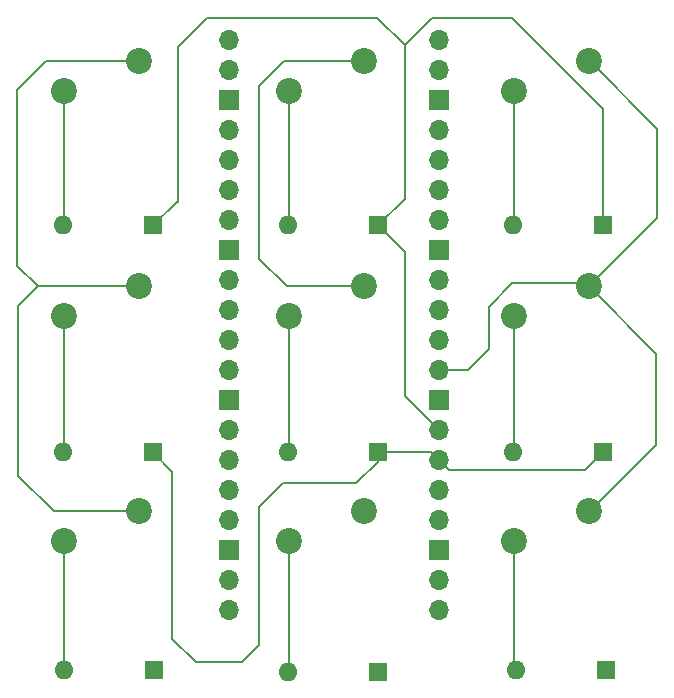
<source format=gbr>
%TF.GenerationSoftware,KiCad,Pcbnew,8.0.3*%
%TF.CreationDate,2024-08-31T16:39:54+01:00*%
%TF.ProjectId,macropad,6d616372-6f70-4616-942e-6b696361645f,rev?*%
%TF.SameCoordinates,Original*%
%TF.FileFunction,Copper,L1,Top*%
%TF.FilePolarity,Positive*%
%FSLAX46Y46*%
G04 Gerber Fmt 4.6, Leading zero omitted, Abs format (unit mm)*
G04 Created by KiCad (PCBNEW 8.0.3) date 2024-08-31 16:39:54*
%MOMM*%
%LPD*%
G01*
G04 APERTURE LIST*
%TA.AperFunction,ComponentPad*%
%ADD10C,2.200000*%
%TD*%
%TA.AperFunction,ComponentPad*%
%ADD11R,1.600000X1.600000*%
%TD*%
%TA.AperFunction,ComponentPad*%
%ADD12O,1.600000X1.600000*%
%TD*%
%TA.AperFunction,ComponentPad*%
%ADD13O,1.700000X1.700000*%
%TD*%
%TA.AperFunction,ComponentPad*%
%ADD14R,1.700000X1.700000*%
%TD*%
%TA.AperFunction,Conductor*%
%ADD15C,0.200000*%
%TD*%
G04 APERTURE END LIST*
D10*
%TO.P,SW5,1,1*%
%TO.N,Col1*%
X69050000Y-69050000D03*
%TO.P,SW5,2,2*%
%TO.N,Net-(D5-A)*%
X62700000Y-71590000D03*
%TD*%
D11*
%TO.P,D3,1,K*%
%TO.N,Row0*%
X89320000Y-63900000D03*
D12*
%TO.P,D3,2,A*%
%TO.N,Net-(D3-A)*%
X81700000Y-63900000D03*
%TD*%
D10*
%TO.P,SW2,1,1*%
%TO.N,Col1*%
X69050000Y-50000000D03*
%TO.P,SW2,2,2*%
%TO.N,Net-(D2-A)*%
X62700000Y-52540000D03*
%TD*%
D11*
%TO.P,D4,1,K*%
%TO.N,Row1*%
X51160000Y-83100000D03*
D12*
%TO.P,D4,2,A*%
%TO.N,Net-(D4-A)*%
X43540000Y-83100000D03*
%TD*%
D10*
%TO.P,SW6,1,1*%
%TO.N,Col2*%
X88100000Y-69050000D03*
%TO.P,SW6,2,2*%
%TO.N,Net-(D6-A)*%
X81750000Y-71590000D03*
%TD*%
%TO.P,SW8,1,1*%
%TO.N,Col1*%
X69050000Y-88100000D03*
%TO.P,SW8,2,2*%
%TO.N,Net-(D8-A)*%
X62700000Y-90640000D03*
%TD*%
%TO.P,SW9,1,1*%
%TO.N,Col2*%
X88100000Y-88100000D03*
%TO.P,SW9,2,2*%
%TO.N,Net-(D9-A)*%
X81750000Y-90640000D03*
%TD*%
%TO.P,SW7,1,1*%
%TO.N,Col0*%
X50000000Y-88100000D03*
%TO.P,SW7,2,2*%
%TO.N,Net-(D7-A)*%
X43650000Y-90640000D03*
%TD*%
D11*
%TO.P,D7,1,K*%
%TO.N,Row2*%
X51260000Y-101500000D03*
D12*
%TO.P,D7,2,A*%
%TO.N,Net-(D7-A)*%
X43640000Y-101500000D03*
%TD*%
D11*
%TO.P,D6,1,K*%
%TO.N,Row1*%
X89260000Y-83100000D03*
D12*
%TO.P,D6,2,A*%
%TO.N,Net-(D6-A)*%
X81640000Y-83100000D03*
%TD*%
D11*
%TO.P,D2,1,K*%
%TO.N,Row0*%
X70270000Y-63900000D03*
D12*
%TO.P,D2,2,A*%
%TO.N,Net-(D2-A)*%
X62650000Y-63900000D03*
%TD*%
D11*
%TO.P,D9,1,K*%
%TO.N,Row2*%
X89570000Y-101500000D03*
D12*
%TO.P,D9,2,A*%
%TO.N,Net-(D9-A)*%
X81950000Y-101500000D03*
%TD*%
D10*
%TO.P,SW1,1,1*%
%TO.N,Col0*%
X50000000Y-50000000D03*
%TO.P,SW1,2,2*%
%TO.N,Net-(D1-A)*%
X43650000Y-52540000D03*
%TD*%
%TO.P,SW4,1,1*%
%TO.N,Col0*%
X50000000Y-69050000D03*
%TO.P,SW4,2,2*%
%TO.N,Net-(D4-A)*%
X43650000Y-71590000D03*
%TD*%
D11*
%TO.P,D5,1,K*%
%TO.N,Row1*%
X70210000Y-83100000D03*
D12*
%TO.P,D5,2,A*%
%TO.N,Net-(D5-A)*%
X62590000Y-83100000D03*
%TD*%
D11*
%TO.P,D8,1,K*%
%TO.N,Row2*%
X70210000Y-101700000D03*
D12*
%TO.P,D8,2,A*%
%TO.N,Net-(D8-A)*%
X62590000Y-101700000D03*
%TD*%
D10*
%TO.P,SW3,1,1*%
%TO.N,Col2*%
X88100000Y-50000000D03*
%TO.P,SW3,2,2*%
%TO.N,Net-(D3-A)*%
X81750000Y-52540000D03*
%TD*%
D11*
%TO.P,D1,1,K*%
%TO.N,Row0*%
X51220000Y-63900000D03*
D12*
%TO.P,D1,2,A*%
%TO.N,Net-(D1-A)*%
X43600000Y-63900000D03*
%TD*%
D13*
%TO.P,U1,1,GPIO0*%
%TO.N,unconnected-(U1-GPIO0-Pad1)*%
X75400000Y-48220000D03*
%TO.P,U1,2,GPIO1*%
%TO.N,unconnected-(U1-GPIO1-Pad2)*%
X75400000Y-50760000D03*
D14*
%TO.P,U1,3,GND*%
%TO.N,unconnected-(U1-GND-Pad3)*%
X75400000Y-53300000D03*
D13*
%TO.P,U1,4,GPIO2*%
%TO.N,unconnected-(U1-GPIO2-Pad4)*%
X75400000Y-55840000D03*
%TO.P,U1,5,GPIO3*%
%TO.N,unconnected-(U1-GPIO3-Pad5)*%
X75400000Y-58380000D03*
%TO.P,U1,6,GPIO4*%
%TO.N,unconnected-(U1-GPIO4-Pad6)*%
X75400000Y-60920000D03*
%TO.P,U1,7,GPIO5*%
%TO.N,unconnected-(U1-GPIO5-Pad7)*%
X75400000Y-63460000D03*
D14*
%TO.P,U1,8,GND*%
%TO.N,unconnected-(U1-GND-Pad8)*%
X75400000Y-66000000D03*
D13*
%TO.P,U1,9,GPIO6*%
%TO.N,unconnected-(U1-GPIO6-Pad9)*%
X75400000Y-68540000D03*
%TO.P,U1,10,GPIO7*%
%TO.N,Col0*%
X75400000Y-71080000D03*
%TO.P,U1,11,GPIO8*%
%TO.N,Col1*%
X75400000Y-73620000D03*
%TO.P,U1,12,GPIO9*%
%TO.N,Col2*%
X75400000Y-76160000D03*
D14*
%TO.P,U1,13,GND*%
%TO.N,unconnected-(U1-GND-Pad13)*%
X75400000Y-78700000D03*
D13*
%TO.P,U1,14,GPIO10*%
%TO.N,Row0*%
X75400000Y-81240000D03*
%TO.P,U1,15,GPIO11*%
%TO.N,Row1*%
X75400000Y-83780000D03*
%TO.P,U1,16,GPIO12*%
%TO.N,Row2*%
X75400000Y-86320000D03*
%TO.P,U1,17,GPIO13*%
%TO.N,unconnected-(U1-GPIO13-Pad17)*%
X75400000Y-88860000D03*
D14*
%TO.P,U1,18,GND*%
%TO.N,unconnected-(U1-GND-Pad18)*%
X75400000Y-91400000D03*
D13*
%TO.P,U1,19,GPIO14*%
%TO.N,unconnected-(U1-GPIO14-Pad19)*%
X75400000Y-93940000D03*
%TO.P,U1,20,GPIO15*%
%TO.N,unconnected-(U1-GPIO15-Pad20)*%
X75400000Y-96480000D03*
%TO.P,U1,21,GPIO16*%
%TO.N,unconnected-(U1-GPIO16-Pad21)*%
X57620000Y-96480000D03*
%TO.P,U1,22,GPIO17*%
%TO.N,unconnected-(U1-GPIO17-Pad22)*%
X57620000Y-93940000D03*
D14*
%TO.P,U1,23,GND*%
%TO.N,unconnected-(U1-GND-Pad23)*%
X57620000Y-91400000D03*
D13*
%TO.P,U1,24,GPIO18*%
%TO.N,unconnected-(U1-GPIO18-Pad24)*%
X57620000Y-88860000D03*
%TO.P,U1,25,GPIO19*%
%TO.N,unconnected-(U1-GPIO19-Pad25)*%
X57620000Y-86320000D03*
%TO.P,U1,26,GPIO20*%
%TO.N,unconnected-(U1-GPIO20-Pad26)*%
X57620000Y-83780000D03*
%TO.P,U1,27,GPIO21*%
%TO.N,unconnected-(U1-GPIO21-Pad27)*%
X57620000Y-81240000D03*
D14*
%TO.P,U1,28,GND*%
%TO.N,unconnected-(U1-GND-Pad28)*%
X57620000Y-78700000D03*
D13*
%TO.P,U1,29,GPIO22*%
%TO.N,unconnected-(U1-GPIO22-Pad29)*%
X57620000Y-76160000D03*
%TO.P,U1,30,RUN*%
%TO.N,unconnected-(U1-RUN-Pad30)*%
X57620000Y-73620000D03*
%TO.P,U1,31,GPIO26_ADC0*%
%TO.N,unconnected-(U1-GPIO26_ADC0-Pad31)*%
X57620000Y-71080000D03*
%TO.P,U1,32,GPIO27_ADC1*%
%TO.N,unconnected-(U1-GPIO27_ADC1-Pad32)*%
X57620000Y-68540000D03*
D14*
%TO.P,U1,33,AGND*%
%TO.N,unconnected-(U1-AGND-Pad33)*%
X57620000Y-66000000D03*
D13*
%TO.P,U1,34,GPIO28_ADC2*%
%TO.N,unconnected-(U1-GPIO28_ADC2-Pad34)*%
X57620000Y-63460000D03*
%TO.P,U1,35,ADC_VREF*%
%TO.N,unconnected-(U1-ADC_VREF-Pad35)*%
X57620000Y-60920000D03*
%TO.P,U1,36,3V3*%
%TO.N,unconnected-(U1-3V3-Pad36)*%
X57620000Y-58380000D03*
%TO.P,U1,37,3V3_EN*%
%TO.N,unconnected-(U1-3V3_EN-Pad37)*%
X57620000Y-55840000D03*
D14*
%TO.P,U1,38,GND*%
%TO.N,unconnected-(U1-GND-Pad38)*%
X57620000Y-53300000D03*
D13*
%TO.P,U1,39,VSYS*%
%TO.N,unconnected-(U1-VSYS-Pad39)*%
X57620000Y-50760000D03*
%TO.P,U1,40,VBUS*%
%TO.N,unconnected-(U1-VBUS-Pad40)*%
X57620000Y-48220000D03*
%TD*%
D15*
%TO.N,Col2*%
X93800000Y-74750000D02*
X88100000Y-69050000D01*
X93800000Y-82500000D02*
X93800000Y-74750000D01*
X88200000Y-88100000D02*
X93800000Y-82500000D01*
X88100000Y-88100000D02*
X88200000Y-88100000D01*
X93900000Y-55700000D02*
X93900000Y-63250000D01*
X93900000Y-63250000D02*
X88100000Y-69050000D01*
X88200000Y-50000000D02*
X93900000Y-55700000D01*
X88100000Y-50000000D02*
X88200000Y-50000000D01*
%TO.N,Row1*%
X70210000Y-83890000D02*
X70210000Y-83100000D01*
X68400000Y-85700000D02*
X70210000Y-83890000D01*
X62200000Y-85700000D02*
X68400000Y-85700000D01*
X60200000Y-87700000D02*
X62200000Y-85700000D01*
X58700000Y-100900000D02*
X60200000Y-99400000D01*
X54800000Y-100900000D02*
X58700000Y-100900000D01*
X60200000Y-99400000D02*
X60200000Y-87700000D01*
X52800000Y-98900000D02*
X54800000Y-100900000D01*
X51160000Y-83100000D02*
X52800000Y-84740000D01*
X52800000Y-84740000D02*
X52800000Y-98900000D01*
%TO.N,Col2*%
X79600000Y-74400000D02*
X77840000Y-76160000D01*
X79600000Y-70800000D02*
X79600000Y-74400000D01*
X81600000Y-68800000D02*
X79600000Y-70800000D01*
X77840000Y-76160000D02*
X75400000Y-76160000D01*
X87850000Y-68800000D02*
X81600000Y-68800000D01*
X88100000Y-69050000D02*
X87850000Y-68800000D01*
%TO.N,Col1*%
X62550000Y-69050000D02*
X69050000Y-69050000D01*
X60200000Y-66700000D02*
X62550000Y-69050000D01*
X60200000Y-52100000D02*
X60200000Y-66700000D01*
X62300000Y-50000000D02*
X60200000Y-52100000D01*
X69050000Y-50000000D02*
X62300000Y-50000000D01*
%TO.N,Col0*%
X39800000Y-85100000D02*
X42800000Y-88100000D01*
X39800000Y-70700000D02*
X39800000Y-85100000D01*
X42800000Y-88100000D02*
X50000000Y-88100000D01*
X41450000Y-69050000D02*
X39800000Y-70700000D01*
X39700000Y-52400000D02*
X42100000Y-50000000D01*
X39700000Y-67300000D02*
X39700000Y-52400000D01*
X41450000Y-69050000D02*
X39700000Y-67300000D01*
X50000000Y-69050000D02*
X41450000Y-69050000D01*
X42100000Y-50000000D02*
X50000000Y-50000000D01*
%TO.N,Row0*%
X89300000Y-54000000D02*
X81600000Y-46300000D01*
X89300000Y-55496598D02*
X89300000Y-54000000D01*
X74800000Y-46300000D02*
X72500000Y-48600000D01*
X89320000Y-55516598D02*
X89300000Y-55496598D01*
X81600000Y-46300000D02*
X74800000Y-46300000D01*
X89320000Y-63900000D02*
X89320000Y-55516598D01*
%TO.N,Row1*%
X87760000Y-84600000D02*
X76220000Y-84600000D01*
X89260000Y-83100000D02*
X87760000Y-84600000D01*
X76220000Y-84600000D02*
X75400000Y-83780000D01*
X74720000Y-83100000D02*
X75400000Y-83780000D01*
X70210000Y-83100000D02*
X74720000Y-83100000D01*
%TO.N,Row0*%
X72500000Y-61670000D02*
X70270000Y-63900000D01*
X72500000Y-48600000D02*
X72500000Y-61670000D01*
X70200000Y-46300000D02*
X72500000Y-48600000D01*
X53300000Y-61900000D02*
X53300000Y-48800000D01*
X53300000Y-48800000D02*
X55800000Y-46300000D01*
X53220000Y-61900000D02*
X53300000Y-61900000D01*
X55800000Y-46300000D02*
X70200000Y-46300000D01*
X51220000Y-63900000D02*
X53220000Y-61900000D01*
%TO.N,Net-(D3-A)*%
X81750000Y-63850000D02*
X81700000Y-63900000D01*
X81750000Y-52540000D02*
X81750000Y-63850000D01*
%TO.N,Net-(D6-A)*%
X81750000Y-82990000D02*
X81640000Y-83100000D01*
X81750000Y-71590000D02*
X81750000Y-82990000D01*
%TO.N,Net-(D9-A)*%
X81750000Y-101500000D02*
X81950000Y-101700000D01*
X81750000Y-90640000D02*
X81750000Y-101500000D01*
%TO.N,Net-(D8-A)*%
X62700000Y-101590000D02*
X62590000Y-101700000D01*
X62700000Y-90640000D02*
X62700000Y-101590000D01*
%TO.N,Net-(D5-A)*%
X62700000Y-82990000D02*
X62590000Y-83100000D01*
X62700000Y-71590000D02*
X62700000Y-82990000D01*
%TO.N,Net-(D2-A)*%
X62700000Y-63850000D02*
X62650000Y-63900000D01*
X62700000Y-52540000D02*
X62700000Y-63850000D01*
%TO.N,Net-(D7-A)*%
X43650000Y-101490000D02*
X43640000Y-101500000D01*
X43650000Y-90640000D02*
X43650000Y-101490000D01*
%TO.N,Net-(D4-A)*%
X43650000Y-82990000D02*
X43540000Y-83100000D01*
X43650000Y-71590000D02*
X43650000Y-82990000D01*
%TO.N,Net-(D1-A)*%
X43650000Y-63850000D02*
X43600000Y-63900000D01*
X43650000Y-52540000D02*
X43650000Y-63850000D01*
%TO.N,Row0*%
X72500000Y-78340000D02*
X75400000Y-81240000D01*
X70270000Y-63900000D02*
X72500000Y-66130000D01*
X72500000Y-66130000D02*
X72500000Y-78340000D01*
%TD*%
M02*

</source>
